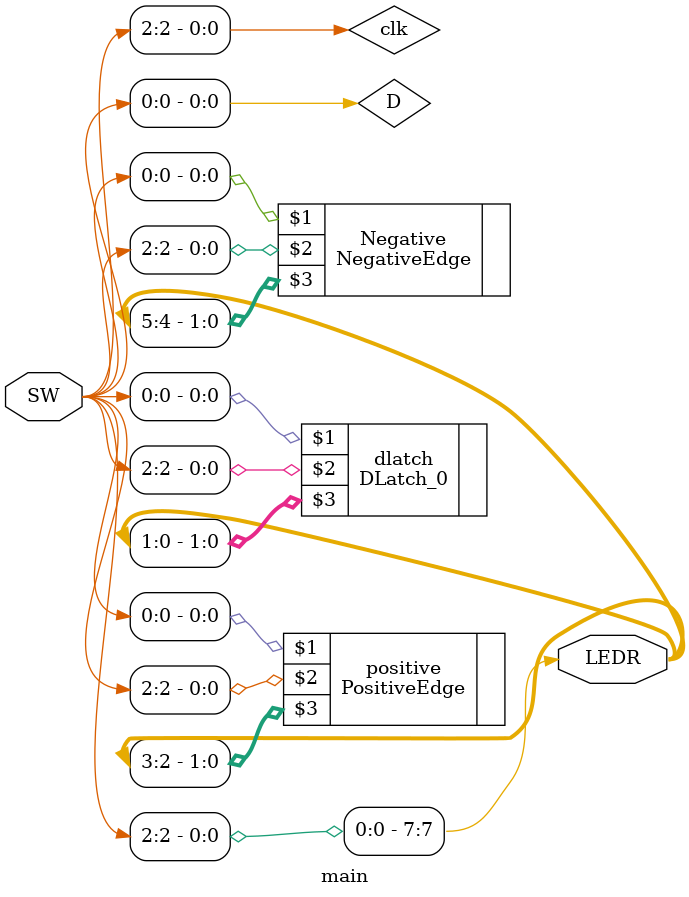
<source format=v>
module main (SW, LEDR);
	input [9:0] SW;
	output [9:0] LEDR;
	
	assign D = SW[0];
	assign clk = SW[2];
	
	DLatch_0 dlatch (D, clk, LEDR[1:0]);
	PositiveEdge positive (D, clk, LEDR[3:2]);
	NegativeEdge Negative (D, clk, LEDR[5:4]);
	
	assign LEDR[7] = clk;

endmodule

</source>
